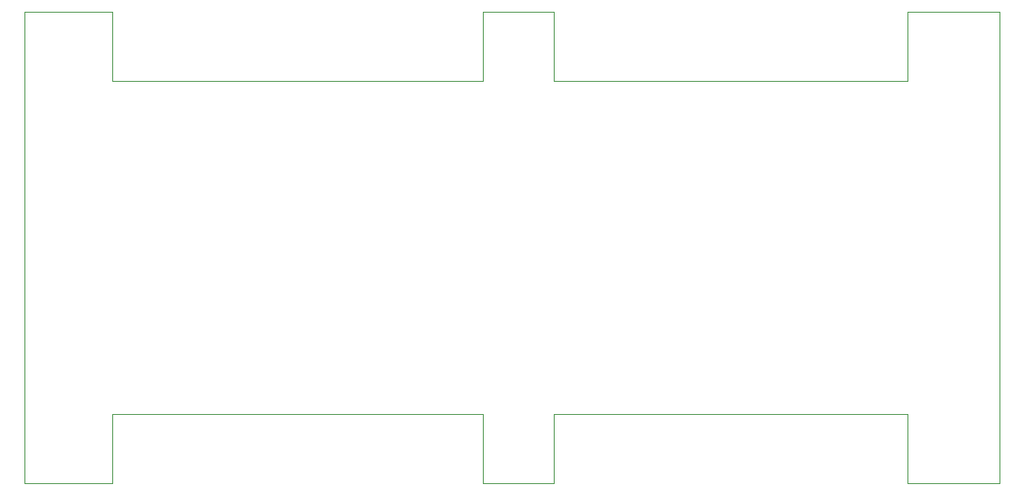
<source format=gm1>
G04 #@! TF.GenerationSoftware,KiCad,Pcbnew,(5.1.5-0-10_14)*
G04 #@! TF.CreationDate,2020-10-09T20:18:39-04:00*
G04 #@! TF.ProjectId,AYOM - Power Supply Daughter Board,41594f4d-202d-4205-906f-776572205375,1.2*
G04 #@! TF.SameCoordinates,Original*
G04 #@! TF.FileFunction,Profile,NP*
%FSLAX46Y46*%
G04 Gerber Fmt 4.6, Leading zero omitted, Abs format (unit mm)*
G04 Created by KiCad (PCBNEW (5.1.5-0-10_14)) date 2020-10-09 20:18:39*
%MOMM*%
%LPD*%
G04 APERTURE LIST*
%ADD10C,0.050000*%
G04 APERTURE END LIST*
D10*
X109000000Y-54381400D02*
X109000000Y-101701600D01*
X162052000Y-94742000D02*
X197561200Y-94742000D01*
X117830600Y-94742000D02*
X154940000Y-94742000D01*
X197561200Y-101701600D02*
X197561200Y-94742000D01*
X206756000Y-101701600D02*
X197561200Y-101701600D01*
X206756000Y-94742000D02*
X206756000Y-101701600D01*
X162052000Y-101701600D02*
X162052000Y-94742000D01*
X154940000Y-101701600D02*
X162052000Y-101701600D01*
X154940000Y-94742000D02*
X154940000Y-101701600D01*
X117830600Y-101701600D02*
X117830600Y-94742000D01*
X109000000Y-101701600D02*
X117830600Y-101701600D01*
X154940000Y-61341000D02*
X117830600Y-61341000D01*
X197561200Y-61341000D02*
X162052000Y-61341000D01*
X197561200Y-54381400D02*
X197561200Y-61341000D01*
X206756000Y-54381400D02*
X197561200Y-54381400D01*
X206756000Y-61341000D02*
X206756000Y-54381400D01*
X162052000Y-54381400D02*
X162052000Y-61341000D01*
X154940000Y-54381400D02*
X162052000Y-54381400D01*
X154940000Y-61341000D02*
X154940000Y-54381400D01*
X206756000Y-61341000D02*
X206756000Y-94742000D01*
X117830600Y-54381400D02*
X117830600Y-61341000D01*
X109000000Y-54381400D02*
X117830600Y-54381400D01*
M02*

</source>
